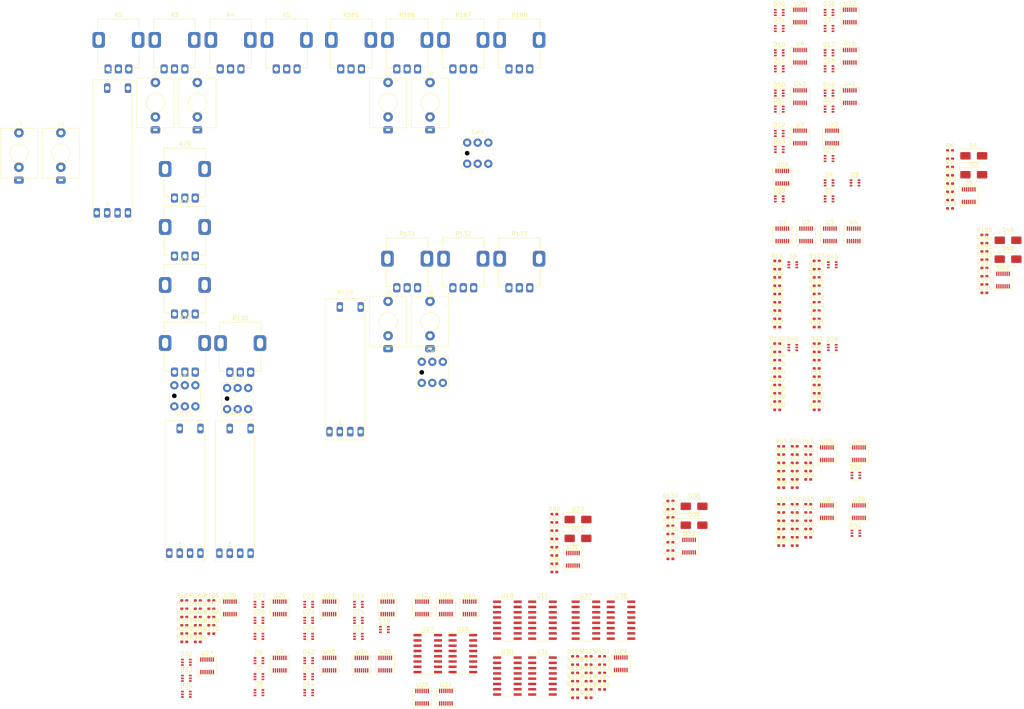
<source format=kicad_pcb>
(kicad_pcb (version 20221018) (generator pcbnew)

  (general
    (thickness 1.6)
  )

  (paper "A4")
  (layers
    (0 "F.Cu" signal)
    (31 "B.Cu" signal)
    (32 "B.Adhes" user "B.Adhesive")
    (33 "F.Adhes" user "F.Adhesive")
    (34 "B.Paste" user)
    (35 "F.Paste" user)
    (36 "B.SilkS" user "B.Silkscreen")
    (37 "F.SilkS" user "F.Silkscreen")
    (38 "B.Mask" user)
    (39 "F.Mask" user)
    (40 "Dwgs.User" user "User.Drawings")
    (41 "Cmts.User" user "User.Comments")
    (42 "Eco1.User" user "User.Eco1")
    (43 "Eco2.User" user "User.Eco2")
    (44 "Edge.Cuts" user)
    (45 "Margin" user)
    (46 "B.CrtYd" user "B.Courtyard")
    (47 "F.CrtYd" user "F.Courtyard")
    (48 "B.Fab" user)
    (49 "F.Fab" user)
    (50 "User.1" user)
    (51 "User.2" user)
    (52 "User.3" user)
    (53 "User.4" user)
    (54 "User.5" user)
    (55 "User.6" user)
    (56 "User.7" user)
    (57 "User.8" user)
    (58 "User.9" user)
  )

  (setup
    (pad_to_mask_clearance 0)
    (pcbplotparams
      (layerselection 0x00010fc_ffffffff)
      (plot_on_all_layers_selection 0x0000000_00000000)
      (disableapertmacros false)
      (usegerberextensions false)
      (usegerberattributes true)
      (usegerberadvancedattributes true)
      (creategerberjobfile true)
      (dashed_line_dash_ratio 12.000000)
      (dashed_line_gap_ratio 3.000000)
      (svgprecision 4)
      (plotframeref false)
      (viasonmask false)
      (mode 1)
      (useauxorigin false)
      (hpglpennumber 1)
      (hpglpenspeed 20)
      (hpglpendiameter 15.000000)
      (dxfpolygonmode true)
      (dxfimperialunits true)
      (dxfusepcbnewfont true)
      (psnegative false)
      (psa4output false)
      (plotreference true)
      (plotvalue true)
      (plotinvisibletext false)
      (sketchpadsonfab false)
      (subtractmaskfromsilk false)
      (outputformat 1)
      (mirror false)
      (drillshape 1)
      (scaleselection 1)
      (outputdirectory "")
    )
  )

  (net 0 "")
  (net 1 "Net-(D1-A2)")
  (net 2 "Net-(D2-A2)")
  (net 3 "Net-(D3A-A)")
  (net 4 "/Channel 1/Channel CV Summation/Pan_L_cv")
  (net 5 "/Channel 1/Channel CV Summation/Pan_R_cv")
  (net 6 "GND")
  (net 7 "Net-(D3C-K)")
  (net 8 "+3V3")
  (net 9 "Net-(D3B-K)")
  (net 10 "Net-(D4A-A)")
  (net 11 "/Channel 1/Channel CV Snapping/Aux1_snapped_cv")
  (net 12 "Net-(D4B-K)")
  (net 13 "Net-(D4A-K)")
  (net 14 "Net-(U1A--)")
  (net 15 "/Channel 1/Channel CV Snapping/Aux2_R_snapped_cv")
  (net 16 "Net-(D5B-K)")
  (net 17 "/Channel 1/Snap_level")
  (net 18 "Net-(D6A-A)")
  (net 19 "/Channel 1/Channel CV Snapping/Master_R_snapped_cv")
  (net 20 "Net-(D13A-A)")
  (net 21 "Net-(D6A-K)")
  (net 22 "Net-(D7A-A)")
  (net 23 "Net-(U6A--)")
  (net 24 "/Channel 1/Channel CV Snapping/Aux2_L_snapped_cv")
  (net 25 "Net-(D7B-K)")
  (net 26 "Net-(D7A-K)")
  (net 27 "/Channel 1/Channel CV Snapping/Master_L_snapped_cv")
  (net 28 "Net-(D11A-A)")
  (net 29 "Net-(D10A-A)")
  (net 30 "Net-(D10A-K)")
  (net 31 "Net-(D12A-A)")
  (net 32 "Net-(D12A-K)")
  (net 33 "Net-(D14A-A)")
  (net 34 "Net-(D14A-K)")
  (net 35 "Net-(D15A-A)")
  (net 36 "/Channel 2/Channel CV Snapping/Aux2_R_snapped_cv")
  (net 37 "Net-(D15B-K)")
  (net 38 "/Channel 2/Snap_level")
  (net 39 "Net-(J1-PadTN)")
  (net 40 "Net-(D17A-A)")
  (net 41 "Net-(D17A-K)")
  (net 42 "Net-(J2-PadTN)")
  (net 43 "Net-(D18A-A)")
  (net 44 "/Channel 2/Channel CV Snapping/Aux2_L_snapped_cv")
  (net 45 "Net-(D19A-A)")
  (net 46 "/Channel 2/Channel CV Snapping/Master_L_snapped_cv")
  (net 47 "Net-(D19A-K)")
  (net 48 "Net-(D20-A2)")
  (net 49 "+12V")
  (net 50 "Net-(D21-A2)")
  (net 51 "Net-(D22A-A)")
  (net 52 "Net-(D22A-K)")
  (net 53 "Net-(D23A-A)")
  (net 54 "/Channel 2/Channel CV Snapping/Aux1_snapped_cv")
  (net 55 "Net-(D23B-K)")
  (net 56 "Net-(D23A-K)")
  (net 57 "Net-(D25A-A)")
  (net 58 "/Channel 2/Channel CV Snapping/Master_R_snapped_cv")
  (net 59 "Net-(D26A-A)")
  (net 60 "/Channel 2/Channel CV Summation/Pan_L_cv")
  (net 61 "/Channel 2/Channel CV Summation/Pan_R_cv")
  (net 62 "Net-(D26C-K)")
  (net 63 "Net-(D26B-K)")
  (net 64 "unconnected-(U6E-V+-Pad4)")
  (net 65 "unconnected-(U6E-V--Pad11)")
  (net 66 "Net-(D27A-A)")
  (net 67 "Net-(D27A-K)")
  (net 68 "Net-(D28A-A)")
  (net 69 "/Channel 3/Channel CV Snapping/Aux2_R_snapped_cv")
  (net 70 "Net-(D28B-K)")
  (net 71 "/Channel 3/Snap_level")
  (net 72 "Net-(D30A-A)")
  (net 73 "Net-(D30A-K)")
  (net 74 "Net-(D31A-A)")
  (net 75 "/Channel 3/Channel CV Snapping/Aux2_L_snapped_cv")
  (net 76 "Net-(D32A-A)")
  (net 77 "Net-(D32A-K)")
  (net 78 "Net-(D33A-A)")
  (net 79 "/Channel 3/Channel CV Snapping/Master_R_snapped_cv")
  (net 80 "Net-(D33B-K)")
  (net 81 "Net-(D35A-A)")
  (net 82 "/Channel 3/Channel CV Snapping/Master_L_snapped_cv")
  (net 83 "Net-(D35A-K)")
  (net 84 "Net-(D36A-A)")
  (net 85 "Net-(D36A-K)")
  (net 86 "Net-(D37A-A)")
  (net 87 "/Channel 3/Channel CV Snapping/Aux1_snapped_cv")
  (net 88 "/Channel 4/Snap_level")
  (net 89 "Net-(D38-A2)")
  (net 90 "Net-(D39-A2)")
  (net 91 "Net-(D40A-A)")
  (net 92 "/Channel 3/Channel CV Summation/Pan_L_cv")
  (net 93 "/Channel 3/Channel CV Summation/Pan_R_cv")
  (net 94 "Net-(D40C-K)")
  (net 95 "Net-(D40B-K)")
  (net 96 "Net-(D41A-A)")
  (net 97 "/Channel 4/Channel CV Snapping/Master_L_snapped_cv")
  (net 98 "Net-(D41A-K)")
  (net 99 "Net-(D42A-A)")
  (net 100 "Net-(D42A-K)")
  (net 101 "Net-(D43A-A)")
  (net 102 "/Channel 4/Channel CV Snapping/Aux2_R_snapped_cv")
  (net 103 "Net-(D43B-K)")
  (net 104 "Net-(D43A-K)")
  (net 105 "Net-(D45A-A)")
  (net 106 "/Channel 4/Channel CV Summation/Pan_L_cv")
  (net 107 "/Channel 4/Channel CV Summation/Pan_R_cv")
  (net 108 "Net-(D45C-K)")
  (net 109 "Net-(D45B-K)")
  (net 110 "Net-(D46A-A)")
  (net 111 "/Channel 4/Channel CV Snapping/Aux1_snapped_cv")
  (net 112 "Net-(D46B-K)")
  (net 113 "Net-(D46A-K)")
  (net 114 "Net-(D48-A2)")
  (net 115 "Net-(D49-A2)")
  (net 116 "Net-(D50A-A)")
  (net 117 "/Channel 4/Channel CV Snapping/Aux2_L_snapped_cv")
  (net 118 "Net-(D50B-K)")
  (net 119 "Net-(D50A-K)")
  (net 120 "Net-(D52A-A)")
  (net 121 "/Channel 4/Channel CV Snapping/Master_R_snapped_cv")
  (net 122 "/Channel 1/Channel Input/PotRefVoltage")
  (net 123 "Net-(R1-Pad2)")
  (net 124 "/Channel 1/SliderLED")
  (net 125 "unconnected-(R1-PadL)")
  (net 126 "-12V")
  (net 127 "Net-(U5A-+)")
  (net 128 "Net-(U5B-+)")
  (net 129 "Net-(U5C-+)")
  (net 130 "Net-(R5-Pad2)")
  (net 131 "/Channel 1/Channel Input/Mute")
  (net 132 "Net-(U5A--)")
  (net 133 "/Channel 1/Channel Input/Pan_cv")
  (net 134 "Net-(U4A--)")
  (net 135 "/Channel 1/Audio_in")
  (net 136 "Net-(U1B--)")
  (net 137 "Net-(U1C--)")
  (net 138 "/Channel 1/Channel CV Summation/Aux1_cv")
  (net 139 "/Channel 1/Channel CV Summation/Volume_cv")
  (net 140 "Net-(U6B--)")
  (net 141 "/Channel 1/Channel CV Summation/Aux2_cv")
  (net 142 "Net-(U6C--)")
  (net 143 "Net-(U6D--)")
  (net 144 "Net-(U1D--)")
  (net 145 "/Channel 1/Channel CV Snapping/Aux1_cv")
  (net 146 "/Channel 1/Channel CV Snapping/Aux2_L_cv")
  (net 147 "/Channel 1/Channel CV Snapping/Aux2_R_cv")
  (net 148 "/Channel 1/Channel CV Snapping/Master_L_cv")
  (net 149 "/Channel 1/Channel CV Snapping/Master_R_cv")
  (net 150 "Net-(U15A--)")
  (net 151 "/Channel 2/Channel CV Summation/Aux1_cv")
  (net 152 "/Channel 2/Channel CV Summation/Volume_cv")
  (net 153 "Net-(U15B--)")
  (net 154 "/Channel 2/Channel CV Summation/Aux2_cv")
  (net 155 "Net-(U15C--)")
  (net 156 "Net-(U15D--)")
  (net 157 "Net-(U12D--)")
  (net 158 "/Channel 2/Channel CV Snapping/Aux1_cv")
  (net 159 "/Channel 2/Channel CV Snapping/Aux2_L_cv")
  (net 160 "/Channel 2/Channel CV Snapping/Aux2_R_cv")
  (net 161 "/Channel 2/Channel CV Snapping/Master_L_cv")
  (net 162 "/Channel 2/Channel CV Snapping/Master_R_cv")
  (net 163 "/Channel 2/Channel Input/PotRefVoltage")
  (net 164 "Net-(R75-Pad2)")
  (net 165 "/Channel 2/SliderLED")
  (net 166 "unconnected-(R75-PadL)")
  (net 167 "Net-(U20A-+)")
  (net 168 "Net-(U20B-+)")
  (net 169 "Net-(U20C-+)")
  (net 170 "Net-(R79-Pad2)")
  (net 171 "Net-(J3-PadTN)")
  (net 172 "Net-(J4-PadTN)")
  (net 173 "/Channel 2/Channel Input/Mute")
  (net 174 "Net-(U12A--)")
  (net 175 "Net-(U20A--)")
  (net 176 "/Channel 2/Channel Input/Pan_cv")
  (net 177 "Net-(U14A--)")
  (net 178 "/Channel 2/Audio_in")
  (net 179 "Net-(U12B--)")
  (net 180 "Net-(U12C--)")
  (net 181 "Net-(U29A--)")
  (net 182 "/Channel 3/Channel CV Summation/Aux1_cv")
  (net 183 "/Channel 3/Channel CV Summation/Volume_cv")
  (net 184 "Net-(U29B--)")
  (net 185 "/Channel 3/Channel CV Summation/Aux2_cv")
  (net 186 "Net-(U29C--)")
  (net 187 "Net-(U29D--)")
  (net 188 "Net-(U23D--)")
  (net 189 "/Channel 3/Channel CV Snapping/Aux1_cv")
  (net 190 "/Channel 3/Channel CV Snapping/Aux2_L_cv")
  (net 191 "/Channel 3/Channel CV Snapping/Aux2_R_cv")
  (net 192 "/Channel 3/Channel CV Snapping/Master_L_cv")
  (net 193 "/Channel 3/Channel CV Snapping/Master_R_cv")
  (net 194 "/Channel 3/Channel Input/PotRefVoltage")
  (net 195 "Net-(R129-Pad2)")
  (net 196 "/Channel 3/SliderLED")
  (net 197 "unconnected-(R129-PadL)")
  (net 198 "Net-(U33A-+)")
  (net 199 "Net-(U33B-+)")
  (net 200 "Net-(U33C-+)")
  (net 201 "Net-(R133-Pad2)")
  (net 202 "Net-(J5-PadTN)")
  (net 203 "Net-(J6-PadTN)")
  (net 204 "/Channel 3/Channel Input/Mute")
  (net 205 "Net-(U23A--)")
  (net 206 "Net-(U33A--)")
  (net 207 "/Channel 3/Channel Input/Pan_cv")
  (net 208 "Net-(U24A--)")
  (net 209 "/Channel 3/Audio_in")
  (net 210 "Net-(U23B--)")
  (net 211 "Net-(U23C--)")
  (net 212 "Net-(U39A--)")
  (net 213 "/Channel 4/Channel CV Summation/Aux1_cv")
  (net 214 "/Channel 4/Channel CV Summation/Volume_cv")
  (net 215 "Net-(U39B--)")
  (net 216 "/Channel 4/Channel CV Summation/Aux2_cv")
  (net 217 "Net-(U39C--)")
  (net 218 "Net-(U39D--)")
  (net 219 "Net-(U34D--)")
  (net 220 "/Channel 4/Channel CV Snapping/Aux1_cv")
  (net 221 "/Channel 4/Channel CV Snapping/Aux2_L_cv")
  (net 222 "/Channel 4/Channel CV Snapping/Aux2_R_cv")
  (net 223 "/Channel 4/Channel CV Snapping/Master_L_cv")
  (net 224 "/Channel 4/Channel CV Snapping/Master_R_cv")
  (net 225 "Net-(U34B--)")
  (net 226 "/Channel 4/Channel Input/Pan_cv")
  (net 227 "Net-(U34C--)")
  (net 228 "/Channel 4/Channel Input/PotRefVoltage")
  (net 229 "Net-(R184-Pad2)")
  (net 230 "/Channel 4/SliderLED")
  (net 231 "unconnected-(R184-PadL)")
  (net 232 "Net-(U42A-+)")
  (net 233 "Net-(U42B-+)")
  (net 234 "Net-(U42C-+)")
  (net 235 "Net-(R188-Pad2)")
  (net 236 "Net-(J7-PadTN)")
  (net 237 "Net-(J8-PadTN)")
  (net 238 "/Channel 4/Channel Input/Mute")
  (net 239 "Net-(U34A--)")
  (net 240 "Net-(U42A--)")
  (net 241 "Net-(U35A--)")
  (net 242 "/Channel 4/Audio_in")
  (net 243 "/Channel 1/Mute_button")
  (net 244 "/Channel 1/ButtonLED")
  (net 245 "/Channel 2/Mute_button")
  (net 246 "/Channel 2/ButtonLED")
  (net 247 "/Channel 3/Mute_button")
  (net 248 "/Channel 3/ButtonLED")
  (net 249 "/Channel 4/Mute_button")
  (net 250 "/Channel 4/ButtonLED")
  (net 251 "unconnected-(U10E-MODE-Pad1)")
  (net 252 "Net-(U10A-Iin)")
  (net 253 "/Channel 1/Channel_Aux1_current_out")
  (net 254 "/Channel 1/Channel_Aux2_L_current_out")
  (net 255 "unconnected-(U10E-GND-Pad8)")
  (net 256 "unconnected-(U10E-V--Pad9)")
  (net 257 "/Channel 1/Channel_Aux2_R_current_out")
  (net 258 "/Channel 1/Channel_Master_L_current_out")
  (net 259 "unconnected-(U10E-V+-Pad16)")
  (net 260 "/Channel 1/Channel_Master_R_current_out")
  (net 261 "unconnected-(U15E-V+-Pad4)")
  (net 262 "unconnected-(U15E-V--Pad11)")
  (net 263 "unconnected-(U17E-MODE-Pad1)")
  (net 264 "Net-(U17A-Iin)")
  (net 265 "unconnected-(U17E-GND-Pad8)")
  (net 266 "unconnected-(U17E-V--Pad9)")
  (net 267 "unconnected-(U17E-V+-Pad16)")
  (net 268 "unconnected-(U29E-V+-Pad4)")
  (net 269 "unconnected-(U29E-V--Pad11)")
  (net 270 "unconnected-(U30E-MODE-Pad1)")
  (net 271 "Net-(U30A-Iin)")
  (net 272 "unconnected-(U30E-GND-Pad8)")
  (net 273 "unconnected-(U30E-V--Pad9)")
  (net 274 "unconnected-(U30E-V+-Pad16)")
  (net 275 "unconnected-(U37E-MODE-Pad1)")
  (net 276 "Net-(U37A-Iin)")
  (net 277 "unconnected-(U37E-GND-Pad8)")
  (net 278 "unconnected-(U37E-V--Pad9)")
  (net 279 "unconnected-(U37E-V+-Pad16)")
  (net 280 "unconnected-(U39E-V+-Pad4)")
  (net 281 "unconnected-(U39E-V--Pad11)")

  (footprint "Resistor_SMD:R_0402_1005Metric_Pad0.72x0.64mm_HandSolder" (layer "F.Cu") (at 197.175 89.52))

  (footprint "Resistor_SMD:R_0402_1005Metric_Pad0.72x0.64mm_HandSolder" (layer "F.Cu") (at 54.47 169.26))

  (footprint "Resistor_SMD:R_0402_1005Metric_Pad0.72x0.64mm_HandSolder" (layer "F.Cu") (at 247.035 91.22))

  (footprint "Package_TO_SOT_SMD:SOT-363_SC-70-6" (layer "F.Cu") (at 197.675 72.59))

  (footprint "Resistor_SMD:R_0402_1005Metric_Pad0.72x0.64mm_HandSolder" (layer "F.Cu") (at 57.72 173.24))

  (footprint "Resistor_SMD:R_0402_1005Metric_Pad0.72x0.64mm_HandSolder" (layer "F.Cu") (at 57.72 179.21))

  (footprint "Package_TO_SOT_SMD:SOT-363_SC-70-6" (layer "F.Cu") (at 72.44 187.59))

  (footprint "Resistor_SMD:R_0402_1005Metric_Pad0.72x0.64mm_HandSolder" (layer "F.Cu") (at 171.47 153.26))

  (footprint "Package_SO:SOIC-16_3.9x9.9mm_P1.27mm" (layer "F.Cu") (at 132.23 173.99))

  (footprint "WillItBlend:PJ398SM" (layer "F.Cu") (at 113.615 102.16))

  (footprint "Resistor_SMD:R_0402_1005Metric_Pad0.72x0.64mm_HandSolder" (layer "F.Cu") (at 206.675 101.46))

  (footprint "Resistor_SMD:R_0402_1005Metric_Pad0.72x0.64mm_HandSolder" (layer "F.Cu") (at 54.47 177.22))

  (footprint "WillItBlend:PB01-109TL" (layer "F.Cu") (at 125.095 61.595))

  (footprint "Resistor_SMD:R_0402_1005Metric_Pad0.72x0.64mm_HandSolder" (layer "F.Cu") (at 206.675 119.38))

  (footprint "WillItBlend:PJ398SM" (layer "F.Cu") (at 57.615 49.49))

  (footprint "Resistor_SMD:R_0402_1005Metric_Pad0.72x0.64mm_HandSolder" (layer "F.Cu") (at 201.385 136.13))

  (footprint "WillItBlend:SOT-23-THIN" (layer "F.Cu") (at 210.38 57.675))

  (footprint "Resistor_SMD:R_0402_1005Metric_Pad0.72x0.64mm_HandSolder" (layer "F.Cu") (at 57.72 175.23))

  (footprint "WillItBlend:SOT-23-THIN" (layer "F.Cu") (at 59.955 184.965))

  (footprint "Package_TO_SOT_SMD:SOT-363_SC-70-6" (layer "F.Cu") (at 215.895 68.74))

  (footprint "WillItBlend:SOT-23-THIN" (layer "F.Cu") (at 103.365 171.025))

  (footprint "Package_TO_SOT_SMD:SOT-363_SC-70-6" (layer "F.Cu") (at 84.41 170.19))

  (footprint "Package_SO:SOIC-16_3.9x9.9mm_P1.27mm" (layer "F.Cu") (at 159.58 173.99))

  (footprint "WillItBlend:SOT-23-THIN" (layer "F.Cu") (at 117.425 192.525))

  (footprint "Resistor_SMD:R_0402_1005Metric_Pad0.72x0.64mm_HandSolder" (layer "F.Cu") (at 201.385 142.1))

  (footprint "Resistor_SMD:R_0402_1005Metric_Pad0.72x0.64mm_HandSolder" (layer "F.Cu") (at 143.53 162.405))

  (footprint "Package_SO:SOIC-16_3.9x9.9mm_P1.27mm" (layer "F.Cu") (at 151.13 173.99))

  (footprint "Resistor_SMD:R_0402_1005Metric_Pad0.72x0.64mm_HandSolder" (layer "F.Cu") (at 238.78 72.89))

  (footprint "Resistor_SMD:R_0402_1005Metric_Pad0.72x0.64mm_HandSolder" (layer "F.Cu") (at 198.135 150.07))

  (footprint "WillItBlend:SOT-23-THIN" (layer "F.Cu") (at 102.835 184.575))

  (footprint "Resistor_SMD:R_0402_1005Metric_Pad0.72x0.64mm_HandSolder" (layer "F.Cu") (at 201.385 148.08))

  (footprint "Resistor_SMD:R_0402_1005Metric_Pad0.72x0.64mm_HandSolder" (layer "F.Cu") (at 238.78 60.95))

  (footprint "WillItBlend:Potentiometer_SongHuei_9mm" (layer "F.Cu") (at 54.61 107.28))

  (footprint "Resistor_SMD:R_0402_1005Metric_Pad0.72x0.64mm_HandSolder" (layer "F.Cu") (at 197.175 95.49))

  (footprint "Package_TO_SOT_SMD:SOT-363_SC-70-6" (layer "F.Cu") (at 209.645 62.89))

  (footprint "Resistor_SMD:R_0402_1005Metric_Pad0.72x0.64mm_HandSolder" (layer "F.Cu") (at 171.47 155.25))

  (footprint "Resistor_SMD:R_0402_1005Metric_Pad0.72x0.64mm_HandSolder" (layer "F.Cu") (at 198.135 132.15))

  (footprint "Package_TO_SOT_SMD:SOT-363_SC-70-6" (layer "F.Cu") (at 209.645 50.99))

  (footprint "Resistor_SMD:R_0402_1005Metric_Pad0.72x0.64mm_HandSolder" (layer "F.Cu") (at 204.635 146.09))

  (footprint "Package_TO_SOT_SMD:SOT-363_SC-70-6" (layer "F.Cu") (at 209.645 37.44))

  (footprint "Resistor_SMD:R_0402_1005Metric_Pad0.72x0.64mm_HandSolder" (layer "F.Cu") (at 197.175 91.51))

  (footprint "Resistor_SMD:R_0402_1005Metric_Pad0.72x0.64mm_HandSolder" (layer "F.Cu") (at 197.175 119.38))

  (footprint "Resistor_SMD:R_0402_1005Metric_Pad0.72x0.64mm_HandSolder" (layer "F.Cu") (at 206.675 95.49))

  (footprint "WillItBlend:SOT-23-THIN" (layer "F.Cu") (at 202.66 38.275))

  (footprint "WillItBlend:PJ398SM" (layer "F.Cu") (at 113.615 49.49))

  (footprint "WillItBlend:Potentiometer_SongHuei_9mm" (layer "F.Cu")
    (tstamp 2c3b0677-b507-49ed-aae9-6c7e3f0c09d2)
    (at 54.61 79.3575)
    (descr "Potentiometer, vertical, 9mm, single")
    (tags "potentiometer vertical 9mm single, alpha")
    (property "Sheetfile" "channel_input.kicad_sch")
    (property "Sheetname" "Channel Input")
    (property "ki_description" "Potentiometer, Alpha, Song Huei, 9mm, Tall")
    (property "ki_keywords" "resistor variable")
    (path "/af35ddb9-8739-4798-be28-e6af6505e0f3/cb1b3878-f09d-4a32-aff6-5b31a4ef19e8/e2f28177-e673-4d5a-ab45-4b2fbd4f6f53")
    (attr through_hole)
    (fp_text reference "R78" (at 0 -6) (layer "F.SilkS")
        (effects (font (size 1 1) (thickness 0.15)))
      (tstamp 7edc9e84-f2a1-476e-bb5f-95da316b205c)
    )
    (fp_text value "100k" (at 0 1.5 180) (layer "F.Fab")
        (effects (font (size 1 1) (thickness 0.15)))
      (tstamp 50c69cb9-0561-4760-b318-6c73adbf05e1)
    )
    (fp_text user "${REFERENCE}" (at 0 0 180) (layer "F.Fab")
        (effects (font (size 1 1) (thickness 0.15)))
      (tstamp a08b7a46-e73a-42ce-a970-fc76fa5731dd)
    )
    (fp_line (start -5 -2.25) (end -5 -5)
      (stroke (width 0.12) (type solid)) (layer "F.SilkS") (tstamp 381a3297-08af-4476-bb70-5a3487566b82))
    (fp_line (start -5 6.75) (end -5 2.25)
      (stroke (width 0.12) (type solid)) (layer "F.SilkS") (tstamp 5c154cff-a35a-4c9e-a635-1583f79a40e3))
    (fp_line (start -3.665 6.75) (end -5 6.75)
      (stroke (width 0.12) (type solid)) (layer "F.SilkS") (tstamp 487901b6-5634-40ff-b89c-2f806b23891d))
    (fp_line (start 3.665 6.75) (end 5 6.75)
      (stroke (width 0.12) (type solid)) (layer "F.SilkS") (tstamp aada8e9b-d3b2-4583-bf76-fe72cd0fa49c))
    (fp_line (start 5 -5) (end -5 -5)
      (stroke (width 0.12) (type solid)) (layer "F.SilkS") (tstamp 9498c16e-92ab-4dea-8036-5b1e81da5712))
    (fp_line (start 5 -2.25) (end 5 -5)
      (stroke (width 0.12) (type solid)) (layer "F.SilkS") (tstamp 410855fa-cd3f-4181-9c8e-d065c7669175))
    (fp_line (start 5 6.75) (end 5 2.25)
      (stroke (width 0.12) (type solid)) (layer "F.SilkS") (tstamp 2ccf1262-2c52-4cf7-87da-4b1664ea2e54))
    (fp_rect (start -5.675 -5.5) (end 5.675 7.1)
      (stroke (width 0.05) (type default)) (fill none) (layer "F.CrtYd") (tstamp aec4e80a-205b-4b21-bd1e-ffb12af78c6a))
    (fp_line (start -4.75 6.5) (end -4.75 -4.85)
      (stroke (width 0.1) (type solid)) (layer "F.Fab") (tstamp 079bfb4e-8bda-4713-ad13-3003497f8185))
    (fp_line (start 4.75 -4.85) (end -4.75 -4.85)
      (stroke (width 0.1) (type solid)) (layer "F.Fab") (tstamp 589f4b9b-e0c0-4de8-bbd9-aaa1c0e98403))
    (fp_line (start 4.75 6.5) (end -4.75 6.5)
      (stroke (width 0.1) (type solid)) (layer "F.Fab") (tstamp efc5df3d-e4cd-4512-8d30-0c2c58afee99))
    (fp_line (start 4.75 6.5) (end 4.75 -4.85)
      (stroke (width 0.1) (type solid)) (layer "F.Fab") (tstamp ca71213a-73df-4034-a40a-bce96bafc46b))
    (fp_circle (center 0 0) (end -3.5 0)
      (stroke (width 0.1) (type solid)) (fill none) (layer "F.Fab") (tstamp ecfa0420-ff79-4753-baf1-93fef5a5a87a))
    (pad "" thru_hole roundrect (at -4.75 0 180) (size 3 3.8) (drill oval 1.5 2.5) (layers "*.Cu" "*.Mask") (roundrect_rratio 0.25) (tstamp 999b62fe-5142-4677-81ed-7ce50f82d49f))
    (pad "" thru_hole roundrect (at 4.75 0 180) (size 3 3.8) (drill oval 1.5 2.5) (layers "*.Cu" "*.Mask") (roundrect_rratio 0.25) (tstamp aa037e97-bbf3-42a7-8ecc-af0d3
... [891619 chars truncated]
</source>
